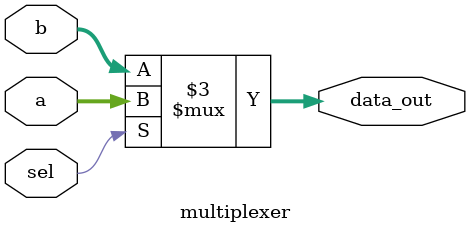
<source format=v>
module multiplexer
(
	input [63:0] a,
	input [63:0] b,
	input sel,
	output reg [63:0] data_out

);


	always @ (sel or a or b)
	begin
			if(sel)
				data_out<=a;
			else
				data_out<=b;
	end
endmodule
</source>
